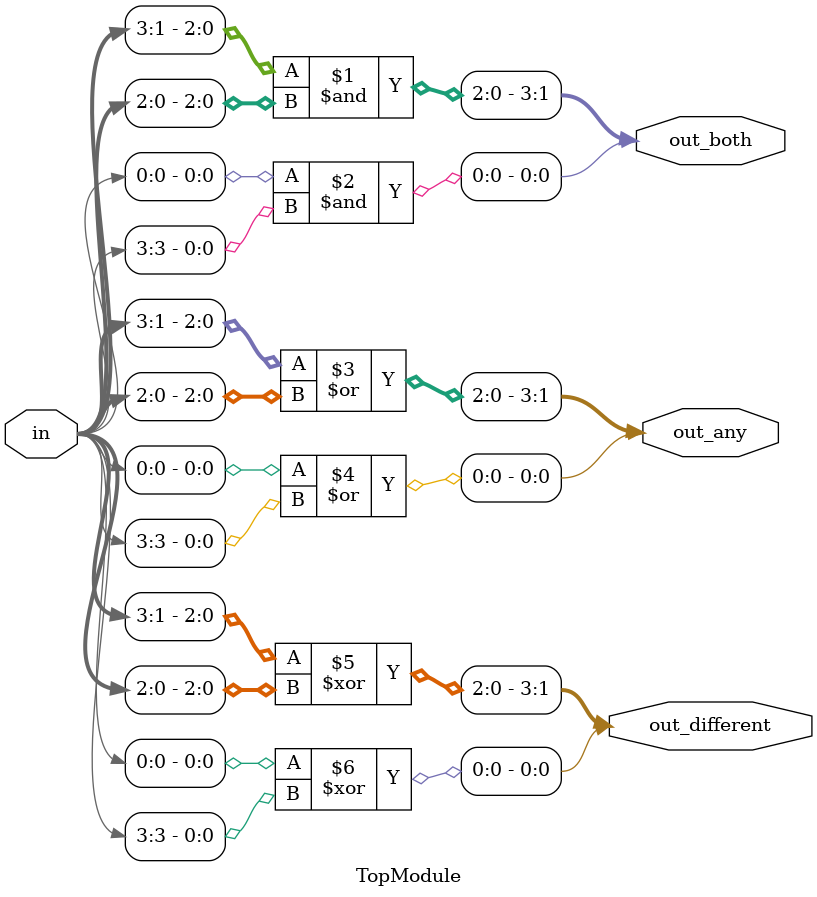
<source format=v>
module TopModule (
  input  [3:0] in,
  output [3:0] out_both,
  output [3:0] out_any,
  output [3:0] out_different
);

  assign out_both[3:1] = in[3:1] & in[2:0];
  assign out_both[0] = in[0] & in[3];

  assign out_any[3:1] = in[3:1] | in[2:0];
  assign out_any[0] = in[0] | in[3];

  assign out_different[3:1] = in[3:1] ^ in[2:0];
  assign out_different[0] = in[0] ^ in[3];

endmodule


</source>
